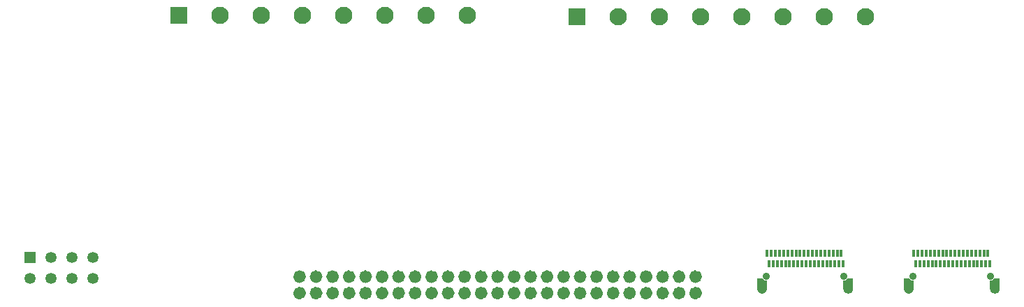
<source format=gbr>
G04 #@! TF.GenerationSoftware,KiCad,Pcbnew,(5.99.0-9973-gfb99c55869)*
G04 #@! TF.CreationDate,2022-03-18T17:34:01-07:00*
G04 #@! TF.ProjectId,v1,76312e6b-6963-4616-945f-706362585858,rev?*
G04 #@! TF.SameCoordinates,Original*
G04 #@! TF.FileFunction,Soldermask,Top*
G04 #@! TF.FilePolarity,Negative*
%FSLAX46Y46*%
G04 Gerber Fmt 4.6, Leading zero omitted, Abs format (unit mm)*
G04 Created by KiCad (PCBNEW (5.99.0-9973-gfb99c55869)) date 2022-03-18 17:34:01*
%MOMM*%
%LPD*%
G01*
G04 APERTURE LIST*
%ADD10C,0.795985*%
%ADD11R,1.350000X1.350000*%
%ADD12C,1.350000*%
%ADD13R,2.100000X2.100000*%
%ADD14C,2.100000*%
%ADD15R,0.300000X0.850000*%
%ADD16C,1.000000*%
%ADD17C,0.890000*%
G04 APERTURE END LIST*
G36*
X192456000Y-137407000D02*
G01*
X192478000Y-137445000D01*
X192491000Y-137462000D01*
X192504000Y-137480000D01*
X192518000Y-137497000D01*
X192533000Y-137513000D01*
X192548000Y-137528000D01*
X192564000Y-137543000D01*
X192581000Y-137557000D01*
X192598000Y-137570000D01*
X192616000Y-137583000D01*
X192634000Y-137595000D01*
X192653000Y-137606000D01*
X192672000Y-137616000D01*
X192712000Y-137634000D01*
X192732000Y-137641000D01*
X192753000Y-137648000D01*
X192774000Y-137654000D01*
X192796000Y-137658000D01*
X192817000Y-137662000D01*
X192839000Y-137665000D01*
X192860000Y-137667000D01*
X192882000Y-137668000D01*
X192926000Y-137668000D01*
X192947000Y-137666000D01*
X192969000Y-137663000D01*
X192987000Y-137660000D01*
X192987000Y-138640000D01*
X192986000Y-138671000D01*
X192984000Y-138703000D01*
X192980000Y-138734000D01*
X192974000Y-138765000D01*
X192967000Y-138795000D01*
X192958000Y-138825000D01*
X192947000Y-138855000D01*
X192935000Y-138884000D01*
X192922000Y-138912000D01*
X192907000Y-138940000D01*
X192890000Y-138967000D01*
X192872000Y-138993000D01*
X192853000Y-139018000D01*
X192833000Y-139041000D01*
X192811000Y-139064000D01*
X192788000Y-139086000D01*
X192765000Y-139106000D01*
X192740000Y-139125000D01*
X192714000Y-139143000D01*
X192687000Y-139160000D01*
X192659000Y-139175000D01*
X192631000Y-139188000D01*
X192602000Y-139200000D01*
X192572000Y-139211000D01*
X192542000Y-139220000D01*
X192512000Y-139227000D01*
X192481000Y-139233000D01*
X192450000Y-139237000D01*
X192418000Y-139239000D01*
X192387000Y-139240000D01*
X192356000Y-139239000D01*
X192324000Y-139237000D01*
X192293000Y-139233000D01*
X192262000Y-139227000D01*
X192232000Y-139220000D01*
X192202000Y-139211000D01*
X192172000Y-139200000D01*
X192143000Y-139188000D01*
X192115000Y-139175000D01*
X192087000Y-139160000D01*
X192060000Y-139143000D01*
X192034000Y-139125000D01*
X192009000Y-139106000D01*
X191986000Y-139086000D01*
X191963000Y-139064000D01*
X191941000Y-139041000D01*
X191921000Y-139018000D01*
X191902000Y-138993000D01*
X191884000Y-138967000D01*
X191867000Y-138940000D01*
X191852000Y-138912000D01*
X191839000Y-138884000D01*
X191827000Y-138855000D01*
X191816000Y-138825000D01*
X191807000Y-138795000D01*
X191800000Y-138765000D01*
X191794000Y-138734000D01*
X191790000Y-138703000D01*
X191788000Y-138671000D01*
X191787000Y-138640000D01*
X191787000Y-137390000D01*
X192447000Y-137390000D01*
X192456000Y-137407000D01*
G37*
G36*
X203437000Y-138640000D02*
G01*
X203436000Y-138671000D01*
X203434000Y-138703000D01*
X203430000Y-138734000D01*
X203424000Y-138765000D01*
X203417000Y-138795000D01*
X203408000Y-138825000D01*
X203397000Y-138855000D01*
X203385000Y-138884000D01*
X203372000Y-138912000D01*
X203357000Y-138940000D01*
X203340000Y-138967000D01*
X203322000Y-138993000D01*
X203303000Y-139018000D01*
X203283000Y-139041000D01*
X203261000Y-139064000D01*
X203238000Y-139086000D01*
X203215000Y-139106000D01*
X203190000Y-139125000D01*
X203164000Y-139143000D01*
X203137000Y-139160000D01*
X203109000Y-139175000D01*
X203081000Y-139188000D01*
X203052000Y-139200000D01*
X203022000Y-139211000D01*
X202992000Y-139220000D01*
X202962000Y-139227000D01*
X202931000Y-139233000D01*
X202900000Y-139237000D01*
X202868000Y-139239000D01*
X202837000Y-139240000D01*
X202806000Y-139239000D01*
X202774000Y-139237000D01*
X202743000Y-139233000D01*
X202712000Y-139227000D01*
X202682000Y-139220000D01*
X202652000Y-139211000D01*
X202622000Y-139200000D01*
X202593000Y-139188000D01*
X202565000Y-139175000D01*
X202537000Y-139160000D01*
X202510000Y-139143000D01*
X202484000Y-139125000D01*
X202459000Y-139106000D01*
X202436000Y-139086000D01*
X202413000Y-139064000D01*
X202391000Y-139041000D01*
X202371000Y-139018000D01*
X202352000Y-138993000D01*
X202334000Y-138967000D01*
X202317000Y-138940000D01*
X202302000Y-138912000D01*
X202289000Y-138884000D01*
X202277000Y-138855000D01*
X202266000Y-138825000D01*
X202257000Y-138795000D01*
X202250000Y-138765000D01*
X202244000Y-138734000D01*
X202240000Y-138703000D01*
X202238000Y-138671000D01*
X202237000Y-138640000D01*
X202237000Y-137660000D01*
X202255000Y-137663000D01*
X202277000Y-137666000D01*
X202298000Y-137668000D01*
X202342000Y-137668000D01*
X202364000Y-137667000D01*
X202385000Y-137665000D01*
X202407000Y-137662000D01*
X202428000Y-137658000D01*
X202450000Y-137654000D01*
X202471000Y-137648000D01*
X202492000Y-137641000D01*
X202512000Y-137634000D01*
X202552000Y-137616000D01*
X202571000Y-137606000D01*
X202590000Y-137595000D01*
X202608000Y-137583000D01*
X202626000Y-137570000D01*
X202643000Y-137557000D01*
X202660000Y-137543000D01*
X202676000Y-137528000D01*
X202691000Y-137513000D01*
X202706000Y-137497000D01*
X202720000Y-137480000D01*
X202733000Y-137462000D01*
X202746000Y-137445000D01*
X202768000Y-137407000D01*
X202777000Y-137390000D01*
X203437000Y-137390000D01*
X203437000Y-138640000D01*
G37*
G36*
X185657000Y-138640000D02*
G01*
X185656000Y-138671000D01*
X185654000Y-138703000D01*
X185650000Y-138734000D01*
X185644000Y-138765000D01*
X185637000Y-138795000D01*
X185628000Y-138825000D01*
X185617000Y-138855000D01*
X185605000Y-138884000D01*
X185592000Y-138912000D01*
X185577000Y-138940000D01*
X185560000Y-138967000D01*
X185542000Y-138993000D01*
X185523000Y-139018000D01*
X185503000Y-139041000D01*
X185481000Y-139064000D01*
X185458000Y-139086000D01*
X185435000Y-139106000D01*
X185410000Y-139125000D01*
X185384000Y-139143000D01*
X185357000Y-139160000D01*
X185329000Y-139175000D01*
X185301000Y-139188000D01*
X185272000Y-139200000D01*
X185242000Y-139211000D01*
X185212000Y-139220000D01*
X185182000Y-139227000D01*
X185151000Y-139233000D01*
X185120000Y-139237000D01*
X185088000Y-139239000D01*
X185057000Y-139240000D01*
X185026000Y-139239000D01*
X184994000Y-139237000D01*
X184963000Y-139233000D01*
X184932000Y-139227000D01*
X184902000Y-139220000D01*
X184872000Y-139211000D01*
X184842000Y-139200000D01*
X184813000Y-139188000D01*
X184785000Y-139175000D01*
X184757000Y-139160000D01*
X184730000Y-139143000D01*
X184704000Y-139125000D01*
X184679000Y-139106000D01*
X184656000Y-139086000D01*
X184633000Y-139064000D01*
X184611000Y-139041000D01*
X184591000Y-139018000D01*
X184572000Y-138993000D01*
X184554000Y-138967000D01*
X184537000Y-138940000D01*
X184522000Y-138912000D01*
X184509000Y-138884000D01*
X184497000Y-138855000D01*
X184486000Y-138825000D01*
X184477000Y-138795000D01*
X184470000Y-138765000D01*
X184464000Y-138734000D01*
X184460000Y-138703000D01*
X184458000Y-138671000D01*
X184457000Y-138640000D01*
X184457000Y-137660000D01*
X184475000Y-137663000D01*
X184497000Y-137666000D01*
X184518000Y-137668000D01*
X184562000Y-137668000D01*
X184584000Y-137667000D01*
X184605000Y-137665000D01*
X184627000Y-137662000D01*
X184648000Y-137658000D01*
X184670000Y-137654000D01*
X184691000Y-137648000D01*
X184712000Y-137641000D01*
X184732000Y-137634000D01*
X184772000Y-137616000D01*
X184791000Y-137606000D01*
X184810000Y-137595000D01*
X184828000Y-137583000D01*
X184846000Y-137570000D01*
X184863000Y-137557000D01*
X184880000Y-137543000D01*
X184896000Y-137528000D01*
X184911000Y-137513000D01*
X184926000Y-137497000D01*
X184940000Y-137480000D01*
X184953000Y-137462000D01*
X184966000Y-137445000D01*
X184988000Y-137407000D01*
X184997000Y-137390000D01*
X185657000Y-137390000D01*
X185657000Y-138640000D01*
G37*
G36*
X174676000Y-137407000D02*
G01*
X174698000Y-137445000D01*
X174711000Y-137462000D01*
X174724000Y-137480000D01*
X174738000Y-137497000D01*
X174753000Y-137513000D01*
X174768000Y-137528000D01*
X174784000Y-137543000D01*
X174801000Y-137557000D01*
X174818000Y-137570000D01*
X174836000Y-137583000D01*
X174854000Y-137595000D01*
X174873000Y-137606000D01*
X174892000Y-137616000D01*
X174932000Y-137634000D01*
X174952000Y-137641000D01*
X174973000Y-137648000D01*
X174994000Y-137654000D01*
X175016000Y-137658000D01*
X175037000Y-137662000D01*
X175059000Y-137665000D01*
X175080000Y-137667000D01*
X175102000Y-137668000D01*
X175146000Y-137668000D01*
X175167000Y-137666000D01*
X175189000Y-137663000D01*
X175207000Y-137660000D01*
X175207000Y-138640000D01*
X175206000Y-138671000D01*
X175204000Y-138703000D01*
X175200000Y-138734000D01*
X175194000Y-138765000D01*
X175187000Y-138795000D01*
X175178000Y-138825000D01*
X175167000Y-138855000D01*
X175155000Y-138884000D01*
X175142000Y-138912000D01*
X175127000Y-138940000D01*
X175110000Y-138967000D01*
X175092000Y-138993000D01*
X175073000Y-139018000D01*
X175053000Y-139041000D01*
X175031000Y-139064000D01*
X175008000Y-139086000D01*
X174985000Y-139106000D01*
X174960000Y-139125000D01*
X174934000Y-139143000D01*
X174907000Y-139160000D01*
X174879000Y-139175000D01*
X174851000Y-139188000D01*
X174822000Y-139200000D01*
X174792000Y-139211000D01*
X174762000Y-139220000D01*
X174732000Y-139227000D01*
X174701000Y-139233000D01*
X174670000Y-139237000D01*
X174638000Y-139239000D01*
X174607000Y-139240000D01*
X174576000Y-139239000D01*
X174544000Y-139237000D01*
X174513000Y-139233000D01*
X174482000Y-139227000D01*
X174452000Y-139220000D01*
X174422000Y-139211000D01*
X174392000Y-139200000D01*
X174363000Y-139188000D01*
X174335000Y-139175000D01*
X174307000Y-139160000D01*
X174280000Y-139143000D01*
X174254000Y-139125000D01*
X174229000Y-139106000D01*
X174206000Y-139086000D01*
X174183000Y-139064000D01*
X174161000Y-139041000D01*
X174141000Y-139018000D01*
X174122000Y-138993000D01*
X174104000Y-138967000D01*
X174087000Y-138940000D01*
X174072000Y-138912000D01*
X174059000Y-138884000D01*
X174047000Y-138855000D01*
X174036000Y-138825000D01*
X174027000Y-138795000D01*
X174020000Y-138765000D01*
X174014000Y-138734000D01*
X174010000Y-138703000D01*
X174008000Y-138671000D01*
X174007000Y-138640000D01*
X174007000Y-137390000D01*
X174667000Y-137390000D01*
X174676000Y-137407000D01*
G37*
D10*
X126950992Y-137192004D02*
G75*
G03*
X126950992Y-137192004I-397992J0D01*
G01*
X122950992Y-137192004D02*
G75*
G03*
X122950992Y-137192004I-397992J0D01*
G01*
X166950992Y-139192000D02*
G75*
G03*
X166950992Y-139192000I-397992J0D01*
G01*
X124950992Y-137192004D02*
G75*
G03*
X124950992Y-137192004I-397992J0D01*
G01*
X164950992Y-139192000D02*
G75*
G03*
X164950992Y-139192000I-397992J0D01*
G01*
X152950992Y-137192004D02*
G75*
G03*
X152950992Y-137192004I-397992J0D01*
G01*
X160950992Y-139192000D02*
G75*
G03*
X160950992Y-139192000I-397992J0D01*
G01*
X144950992Y-137192004D02*
G75*
G03*
X144950992Y-137192004I-397992J0D01*
G01*
X146950982Y-137192004D02*
G75*
G03*
X146950982Y-137192004I-397992J0D01*
G01*
X126950992Y-139192000D02*
G75*
G03*
X126950992Y-139192000I-397992J0D01*
G01*
X156950992Y-139192000D02*
G75*
G03*
X156950992Y-139192000I-397992J0D01*
G01*
X130950992Y-139192000D02*
G75*
G03*
X130950992Y-139192000I-397992J0D01*
G01*
X124950992Y-139192000D02*
G75*
G03*
X124950992Y-139192000I-397992J0D01*
G01*
X150951002Y-137192004D02*
G75*
G03*
X150951002Y-137192004I-397992J0D01*
G01*
X138951002Y-137192004D02*
G75*
G03*
X138951002Y-137192004I-397992J0D01*
G01*
X130950992Y-137192004D02*
G75*
G03*
X130950992Y-137192004I-397992J0D01*
G01*
X136951002Y-139192000D02*
G75*
G03*
X136951002Y-139192000I-397992J0D01*
G01*
X134950982Y-137192004D02*
G75*
G03*
X134950982Y-137192004I-397992J0D01*
G01*
X150951002Y-139192000D02*
G75*
G03*
X150951002Y-139192000I-397992J0D01*
G01*
X146950982Y-139192000D02*
G75*
G03*
X146950982Y-139192000I-397992J0D01*
G01*
X120950992Y-139192000D02*
G75*
G03*
X120950992Y-139192000I-397992J0D01*
G01*
X140950992Y-139192000D02*
G75*
G03*
X140950992Y-139192000I-397992J0D01*
G01*
X162950992Y-137192004D02*
G75*
G03*
X162950992Y-137192004I-397992J0D01*
G01*
X142950992Y-137192004D02*
G75*
G03*
X142950992Y-137192004I-397992J0D01*
G01*
X152950992Y-139192000D02*
G75*
G03*
X152950992Y-139192000I-397992J0D01*
G01*
X158950992Y-139192000D02*
G75*
G03*
X158950992Y-139192000I-397992J0D01*
G01*
X148950982Y-139192000D02*
G75*
G03*
X148950982Y-139192000I-397992J0D01*
G01*
X132950992Y-139192000D02*
G75*
G03*
X132950992Y-139192000I-397992J0D01*
G01*
X144950992Y-139192000D02*
G75*
G03*
X144950992Y-139192000I-397992J0D01*
G01*
X128950992Y-137192004D02*
G75*
G03*
X128950992Y-137192004I-397992J0D01*
G01*
X134950982Y-139192000D02*
G75*
G03*
X134950982Y-139192000I-397992J0D01*
G01*
X148950982Y-137192004D02*
G75*
G03*
X148950982Y-137192004I-397992J0D01*
G01*
X160950992Y-137192004D02*
G75*
G03*
X160950992Y-137192004I-397992J0D01*
G01*
X154950992Y-139192000D02*
G75*
G03*
X154950992Y-139192000I-397992J0D01*
G01*
X162950992Y-139192000D02*
G75*
G03*
X162950992Y-139192000I-397992J0D01*
G01*
X142950992Y-139192000D02*
G75*
G03*
X142950992Y-139192000I-397992J0D01*
G01*
X140950992Y-137192004D02*
G75*
G03*
X140950992Y-137192004I-397992J0D01*
G01*
X136951002Y-137192004D02*
G75*
G03*
X136951002Y-137192004I-397992J0D01*
G01*
X164950992Y-137192004D02*
G75*
G03*
X164950992Y-137192004I-397992J0D01*
G01*
X156950992Y-137192004D02*
G75*
G03*
X156950992Y-137192004I-397992J0D01*
G01*
X128950992Y-139192000D02*
G75*
G03*
X128950992Y-139192000I-397992J0D01*
G01*
X138951002Y-139192000D02*
G75*
G03*
X138951002Y-139192000I-397992J0D01*
G01*
X122950992Y-139192000D02*
G75*
G03*
X122950992Y-139192000I-397992J0D01*
G01*
X118950992Y-137192004D02*
G75*
G03*
X118950992Y-137192004I-397992J0D01*
G01*
X158950992Y-137192004D02*
G75*
G03*
X158950992Y-137192004I-397992J0D01*
G01*
X118950992Y-139192000D02*
G75*
G03*
X118950992Y-139192000I-397992J0D01*
G01*
X120950992Y-137192004D02*
G75*
G03*
X120950992Y-137192004I-397992J0D01*
G01*
X154950992Y-137192004D02*
G75*
G03*
X154950992Y-137192004I-397992J0D01*
G01*
X166950992Y-137192004D02*
G75*
G03*
X166950992Y-137192004I-397992J0D01*
G01*
X132950992Y-137192004D02*
G75*
G03*
X132950992Y-137192004I-397992J0D01*
G01*
D11*
X85869501Y-134847508D03*
D12*
X85869501Y-137387508D03*
X88409501Y-134847508D03*
X88409501Y-137387508D03*
X90949501Y-134847508D03*
X90949501Y-137387508D03*
X93489501Y-134847508D03*
X93489501Y-137387508D03*
D13*
X103912000Y-105518500D03*
D14*
X108912000Y-105518500D03*
X113912000Y-105518500D03*
X118912000Y-105518500D03*
X123912000Y-105518500D03*
X128912000Y-105518500D03*
X133912000Y-105518500D03*
X138912000Y-105518500D03*
D15*
X192997000Y-134335000D03*
X193497000Y-134335000D03*
X193997000Y-134335000D03*
X194497000Y-134335000D03*
X194997000Y-134335000D03*
X195497000Y-134335000D03*
X195997000Y-134335000D03*
X196497000Y-134335000D03*
X196997000Y-134335000D03*
X197497000Y-134335000D03*
X197997000Y-134335000D03*
X198497000Y-134335000D03*
X198997000Y-134335000D03*
X199497000Y-134335000D03*
X199997000Y-134335000D03*
X200497000Y-134335000D03*
X200997000Y-134335000D03*
X201497000Y-134335000D03*
X201997000Y-134335000D03*
X193227000Y-135585000D03*
X193727000Y-135585000D03*
X194227000Y-135585000D03*
X194727000Y-135585000D03*
X195227000Y-135585000D03*
X195727000Y-135585000D03*
X196227000Y-135585000D03*
X196727000Y-135585000D03*
X197227000Y-135585000D03*
X197727000Y-135585000D03*
X198227000Y-135585000D03*
X198727000Y-135585000D03*
X199227000Y-135585000D03*
X199727000Y-135585000D03*
X200227000Y-135585000D03*
X200727000Y-135585000D03*
X201227000Y-135585000D03*
X201727000Y-135585000D03*
X202227000Y-135585000D03*
D16*
X192387000Y-138640000D03*
X202837000Y-138640000D03*
D17*
X192887000Y-137160000D03*
X202337000Y-137160000D03*
D15*
X175217000Y-134335000D03*
X175717000Y-134335000D03*
X176217000Y-134335000D03*
X176717000Y-134335000D03*
X177217000Y-134335000D03*
X177717000Y-134335000D03*
X178217000Y-134335000D03*
X178717000Y-134335000D03*
X179217000Y-134335000D03*
X179717000Y-134335000D03*
X180217000Y-134335000D03*
X180717000Y-134335000D03*
X181217000Y-134335000D03*
X181717000Y-134335000D03*
X182217000Y-134335000D03*
X182717000Y-134335000D03*
X183217000Y-134335000D03*
X183717000Y-134335000D03*
X184217000Y-134335000D03*
X175447000Y-135585000D03*
X175947000Y-135585000D03*
X176447000Y-135585000D03*
X176947000Y-135585000D03*
X177447000Y-135585000D03*
X177947000Y-135585000D03*
X178447000Y-135585000D03*
X178947000Y-135585000D03*
X179447000Y-135585000D03*
X179947000Y-135585000D03*
X180447000Y-135585000D03*
X180947000Y-135585000D03*
X181447000Y-135585000D03*
X181947000Y-135585000D03*
X182447000Y-135585000D03*
X182947000Y-135585000D03*
X183447000Y-135585000D03*
X183947000Y-135585000D03*
X184447000Y-135585000D03*
D16*
X174607000Y-138640000D03*
X185057000Y-138640000D03*
D17*
X184557000Y-137160000D03*
X175107000Y-137160000D03*
D13*
X152172000Y-105664000D03*
D14*
X157172000Y-105664000D03*
X162172000Y-105664000D03*
X167172000Y-105664000D03*
X172172000Y-105664000D03*
X177172000Y-105664000D03*
X182172000Y-105664000D03*
X187172000Y-105664000D03*
M02*

</source>
